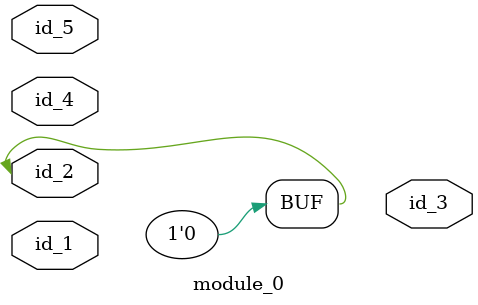
<source format=v>
module module_0 (
    id_1,
    id_2,
    id_3,
    id_4,
    id_5
);
  input id_5;
  input id_4;
  output id_3;
  inout id_2;
  input id_1;
  assign id_2 = 1'd0;
endmodule

</source>
